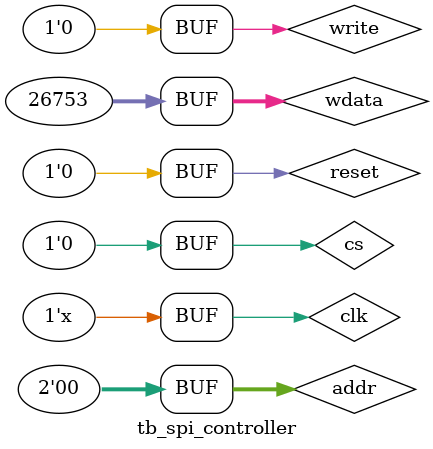
<source format=v>
`timescale 1ns/100ps
module tb_spi_controller ();

reg clk = 1;
reg reset = 1;

reg write = 0;
reg cs = 0;
reg [1:0] addr = 0;
reg [31:0] wdata = 0;

wire line;

always #5
	clk<=~clk;
	
initial
	begin
	 #100
	 reset=0;
	 #20
	 //write tx data
	 write=1;
	 cs=1;
	 addr=2;
	 wdata=32'h5A123456;
     #10
	 write=0;
	 cs=0;
     #50
	 write=1;
	 cs=1;
	 addr=0;
	 wdata=32'h6881;
     #10
	 write=0;
	 cs=0;	 
	end 

spi_controller u0
(
//avalon mm
.avmm_reset(reset),
.avmm_clk(clk),
.avmm_cs(cs),
.avmm_addr(addr),
.avmm_write(write),
.avmm_writedata(wdata),
.avmm_read(),
.avmm_readdata(),
.spi_clk(),
.spi_cs_n(),
.spi_mosi(line),
.spi_miso(line)
);

endmodule 
</source>
